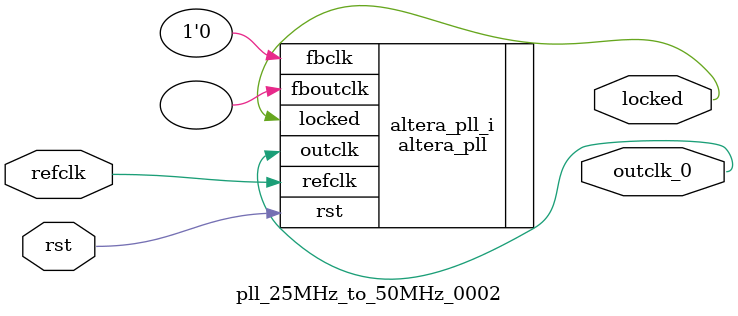
<source format=v>
`timescale 1ns/10ps
module  pll_25MHz_to_50MHz_0002(

	// interface 'refclk'
	input wire refclk,

	// interface 'reset'
	input wire rst,

	// interface 'outclk0'
	output wire outclk_0,

	// interface 'locked'
	output wire locked
);

	altera_pll #(
		.fractional_vco_multiplier("false"),
		.reference_clock_frequency("25.0 MHz"),
		.operation_mode("direct"),
		.number_of_clocks(1),
		.output_clock_frequency0("50.000000 MHz"),
		.phase_shift0("0 ps"),
		.duty_cycle0(50),
		.output_clock_frequency1("0 MHz"),
		.phase_shift1("0 ps"),
		.duty_cycle1(50),
		.output_clock_frequency2("0 MHz"),
		.phase_shift2("0 ps"),
		.duty_cycle2(50),
		.output_clock_frequency3("0 MHz"),
		.phase_shift3("0 ps"),
		.duty_cycle3(50),
		.output_clock_frequency4("0 MHz"),
		.phase_shift4("0 ps"),
		.duty_cycle4(50),
		.output_clock_frequency5("0 MHz"),
		.phase_shift5("0 ps"),
		.duty_cycle5(50),
		.output_clock_frequency6("0 MHz"),
		.phase_shift6("0 ps"),
		.duty_cycle6(50),
		.output_clock_frequency7("0 MHz"),
		.phase_shift7("0 ps"),
		.duty_cycle7(50),
		.output_clock_frequency8("0 MHz"),
		.phase_shift8("0 ps"),
		.duty_cycle8(50),
		.output_clock_frequency9("0 MHz"),
		.phase_shift9("0 ps"),
		.duty_cycle9(50),
		.output_clock_frequency10("0 MHz"),
		.phase_shift10("0 ps"),
		.duty_cycle10(50),
		.output_clock_frequency11("0 MHz"),
		.phase_shift11("0 ps"),
		.duty_cycle11(50),
		.output_clock_frequency12("0 MHz"),
		.phase_shift12("0 ps"),
		.duty_cycle12(50),
		.output_clock_frequency13("0 MHz"),
		.phase_shift13("0 ps"),
		.duty_cycle13(50),
		.output_clock_frequency14("0 MHz"),
		.phase_shift14("0 ps"),
		.duty_cycle14(50),
		.output_clock_frequency15("0 MHz"),
		.phase_shift15("0 ps"),
		.duty_cycle15(50),
		.output_clock_frequency16("0 MHz"),
		.phase_shift16("0 ps"),
		.duty_cycle16(50),
		.output_clock_frequency17("0 MHz"),
		.phase_shift17("0 ps"),
		.duty_cycle17(50),
		.pll_type("General"),
		.pll_subtype("General")
	) altera_pll_i (
		.rst	(rst),
		.outclk	({outclk_0}),
		.locked	(locked),
		.fboutclk	( ),
		.fbclk	(1'b0),
		.refclk	(refclk)
	);
endmodule


</source>
